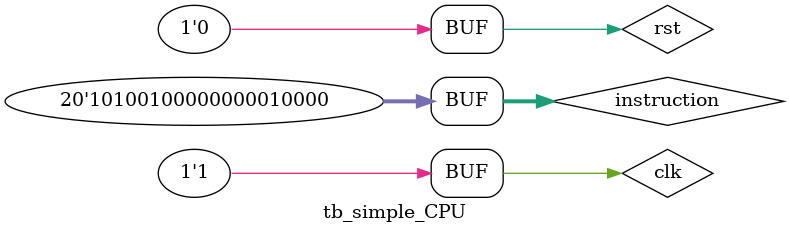
<source format=v>
`timescale 1ns / 1ps

module tb_simple_CPU;
       
    parameter DATA_WIDTH = 8; //8 bit wide data
    parameter ADDR_BITS = 5; //32 Addresses
    parameter INSTR_WIDTH =20; //20b instruction
   
    reg clk, rst;
    reg [INSTR_WIDTH-1:0] instruction;

    
    simple_cpu  #(DATA_WIDTH,ADDR_BITS,INSTR_WIDTH) SCPU_DUT(clk, rst, instruction);
    
    initial begin
      	$dumpfile("dump.vcd");
      $dumpvars(0, tb_simple_CPU);
      	
        clk = 1'b1;
        rst = 1'b1;
        instruction = 20'd0;
        repeat(3) #1 clk=!clk;
        rst = 1'b0;
        repeat(2) #1 clk=!clk;
                
      	
                
        /*Info on the simple CPU:
            * Reset sets regfile = [0,1,2,3]
            * ADD = opcode 0, SUB = opcode 1  
        */
            
                                        //ADD:    reg0  = reg1 + reg3   //1+3=4
        //In the instruction this is:    (instr)  (X1)    (X2)   (X3)  
      instruction = 20'b01000111000000000000;
      	
      
      repeat(8) #1 clk=!clk; //4 rising edges
        
                                        //ADD:    reg1  = reg0 + reg3   //4+3=7
        //In the instruction this is:    (instr)  (X1)    (X2)   (X3)
      instruction = 20'b01010011000000000000;
      
      
      repeat(6) #1 clk=!clk; 
                
                                         //SUB:   reg3  = reg0 - reg2  //4-2=2  
       //In the instruction this is:    (instr)  (X1)    (X2)   (X3) 
      instruction = 20'b01110010000000000001;
      
      
      repeat(6) #1 clk=!clk;
        
                                         //STORE_R:   DATA_MEM(reg2 + 15) = reg1  //DATA_MEM(2+15)=7  
        //In the instruction this is:    (instr)               (X2)         (X1)
      instruction = 20'b11011000000011110000;
      
      
      repeat(6) #1 clk=!clk;
        
      									 //STORE_R:   DATA_MEM(reg3 + 22) = reg0  //DATA_MEM(2+22)= 4
        //In the instruction this is:    (instr)                 (X2)         (X1)
        instruction = 20'b11001100000101100000;

      repeat(6) #1 clk=!clk;

                                           //LOAD_R:   DATA_MEM(reg2 + 15) = reg3  //reg3 = DATA_MEM(2+15)  -> reg3 becomes 7  
        //In the instruction this is:    (instr)                (X2)         (X1)
      instruction = 20'b10111000000011110000;
      
      repeat(8) #1 clk=!clk;
       				
      
      //********* added LOAD and STORE instructions *********
      
      //store reg0 (4) at address 8(reg1+offset of 1)
      // ie store 4
      $display("custom: store 4 in memory address 8");  
      instruction = 20'b11000100000000010000;
      repeat(6) #1 clk=!clk; //6 for store
      
      //load reg2 (2) with address 8(reg1+offset of 1) = 4
      //ie load 4 into reg2 (regfile_2[7:0])
      $display("custom: load 4 into register 2");  
      instruction = 20'b10100100000000010000;
      repeat(8) #1 clk=!clk;//8 for load
      //tested and works, becomes 4747
      
      
      
      repeat(3) #1 clk=!clk;//1 extra clock cycle needed for regfile_X to update on EPwave 
      //because a recase need to be reached for regfiles to load on EPwave
      //so a repeat of 2 is needed, the 3 is to turn clock off after.

      
    end
    
    
endmodule
</source>
